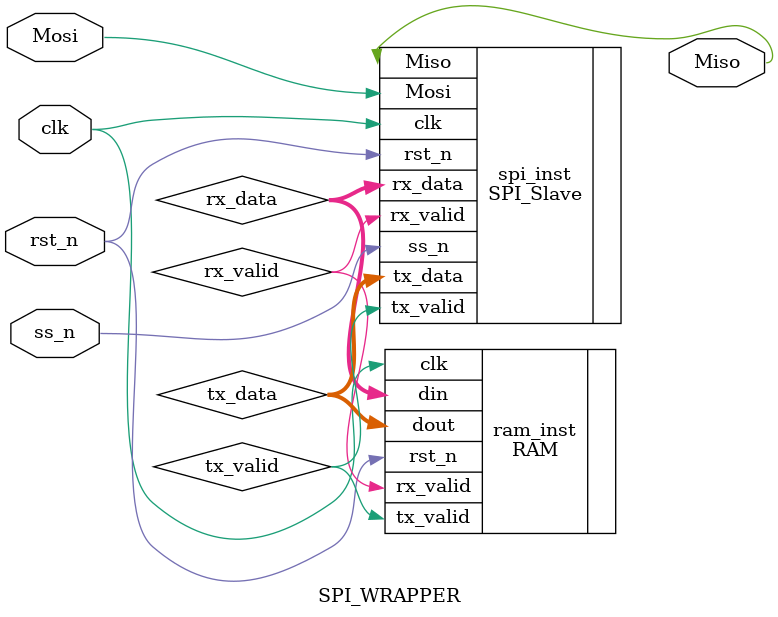
<source format=v>
module SPI_WRAPPER (input clk, rst_n , Mosi ,ss_n ,
                      output Miso);
    //internal wires
    wire rx_valid, tx_valid;
    wire [9:0]rx_data;
    wire [7:0]tx_data;
    
    SPI_Slave spi_inst(.clk(clk),.rst_n(rst_n),.Mosi(Mosi),.ss_n(ss_n),.tx_valid(tx_valid),.tx_data(tx_data),
                       .Miso(Miso),.rx_valid(rx_valid),.rx_data(rx_data));

    RAM ram_inst(.clk(clk),.rst_n(rst_n),.din(rx_data),.rx_valid(rx_valid),.dout(tx_data),.tx_valid(tx_valid));
endmodule

</source>
